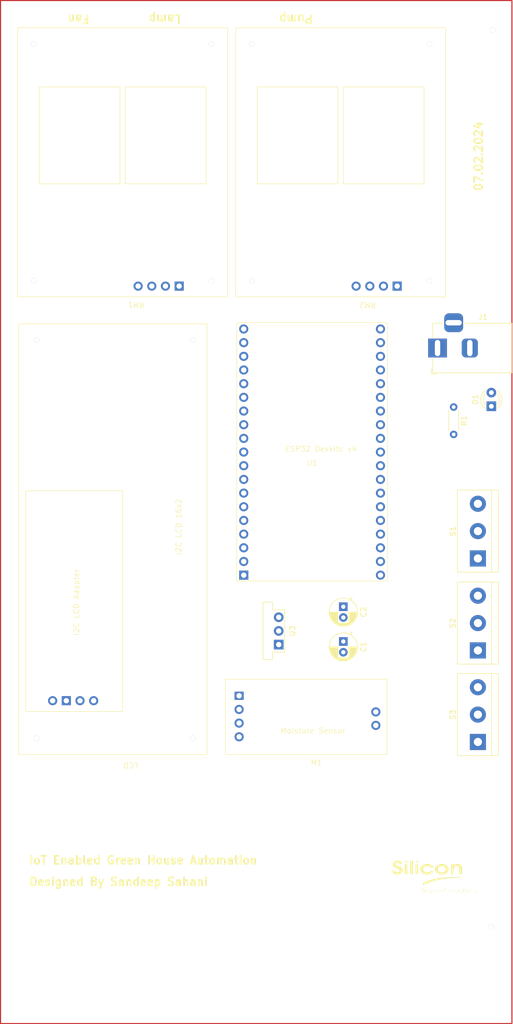
<source format=kicad_pcb>
(kicad_pcb (version 20240108) (generator "pcbnew") (generator_version "8.0")
  (layers (0 "F.Cu" signal) (31 "B.Cu" signal) (34 "B.Paste" user) (35 "F.Paste" user) (36 "B.SilkS" user "B.Silkscreen") (37 "F.SilkS" user "F.Silkscreen") (38 "B.Mask" user) (39 "F.Mask" user) (44 "Edge.Cuts" user))
  (net 0 "")
  (net 1 "Net-(LCD1-GND)")
  (net 2 "Net-(U3-IN)")
  (net 3 "Net-(D1-A)")
  (net 4 "Net-(D1-K)")
  (net 5 "Net-(LCD1-SDA)")
  (net 6 "Net-(LCD1-SCL)")
  (net 7 "Net-(M1-AO)")
  (net 8 "Net-(M1-E1)")
  (net 10 "Net-(M1-E2)")
  (net 11 "Net-(RM1-IN1)")
  (net 12 "Net-(RM1-IN2)")
  (net 14 "Net-(RM2-IN1)")
  (net 15 "Net-(S1-Pin_2)")
  (net 16 "Net-(S2-Pin_2)")
  (footprint "Relay Module:2_Channel_Realy_Module" (layer "F.Cu") (at 111.5 105 90)
    (property "Reference" "RM2" (at 8.5 11.5 180) (layer "F.SilkS") (effects (font (thickness 0.1))))
    (property "Value" "~")
    (pad "1" thru_hole circle (at 12 9.38 90) (size 1.7 1.7) (drill 1) (layers "*.Cu" "*.Mask") (net 1 "Net-(LCD1-GND)"))
    (pad "2" thru_hole circle (at 12 11.92 90) (size 1.7 1.7) (drill 1) (layers "*.Cu" "*.Mask") (net 14 "Net-(RM2-IN1)"))
    (pad "3" thru_hole circle (at 12 14.46 90) (size 1.7 1.7) (drill 1) (layers "*.Cu" "*.Mask"))
    (pad "4" thru_hole rect (at 12 17 90) (size 1.7 1.7) (drill 1) (layers "*.Cu" "*.Mask") (net 3 "Net-(D1-A)"))
    (pad "5" thru_hole circle (at 13 23 90) (size 1 1) (drill 3) (layers "*.Cu" "*.Mask"))
    (pad "6" thru_hole circle (at 13 -10 90) (size 1 1) (drill 3) (layers "*.Cu" "*.Mask"))
    (pad "7" thru_hole circle (at 57 -10 90) (size 1 1) (drill 3) (layers "*.Cu" "*.Mask"))
    (pad "8" thru_hole circle (at 57 23 90) (size 1 1) (drill 3) (layers "*.Cu" "*.Mask"))
  )
  (footprint "TerminalBlock:TerminalBlock_bornier-3_P5.08mm" (layer "F.Cu") (at 143.5 177.66 90)
    (property "Reference" "S3" (at 5.05 -4.65 270) (layer "F.SilkS"))
    (property "Value" "Moisture")
    (pad "1" thru_hole rect (at 0 0 90) (size 3 3) (drill 1.52) (layers "*.Cu" "*.Mask") (net 8 "Net-(M1-E1)"))
    (pad "2" thru_hole circle (at 5.08 0 90) (size 3 3) (drill 1.52) (layers "*.Cu" "*.Mask") (net 10 "Net-(M1-E2)"))
    (pad "3" thru_hole circle (at 10.16 0 90) (size 3 3) (drill 1.52) (layers "*.Cu" "*.Mask") (net 10 "Net-(M1-E2)"))
  )
  (footprint "Relay Module:2_Channel_Realy_Module" (layer "F.Cu") (at 71 105 90)
    (property "Reference" "RM1" (at 8.5 9 180) (layer "F.SilkS") (effects (font (thickness 0.1))))
    (property "Value" "~")
    (pad "1" thru_hole circle (at 12 9.38 90) (size 1.7 1.7) (drill 1) (layers "*.Cu" "*.Mask") (net 1 "Net-(LCD1-GND)"))
    (pad "2" thru_hole circle (at 12 11.92 90) (size 1.7 1.7) (drill 1) (layers "*.Cu" "*.Mask") (net 11 "Net-(RM1-IN1)"))
    (pad "3" thru_hole circle (at 12 14.46 90) (size 1.7 1.7) (drill 1) (layers "*.Cu" "*.Mask") (net 12 "Net-(RM1-IN2)"))
    (pad "4" thru_hole rect (at 12 17 90) (size 1.7 1.7) (drill 1) (layers "*.Cu" "*.Mask") (net 3 "Net-(D1-A)"))
    (pad "5" thru_hole circle (at 13 23 90) (size 1 1) (drill 3) (layers "*.Cu" "*.Mask"))
    (pad "6" thru_hole circle (at 13 -10 90) (size 1 1) (drill 3) (layers "*.Cu" "*.Mask"))
    (pad "7" thru_hole circle (at 57 -10 90) (size 1 1) (drill 3) (layers "*.Cu" "*.Mask"))
    (pad "8" thru_hole circle (at 57 23 90) (size 1 1) (drill 3) (layers "*.Cu" "*.Mask"))
  )
  (footprint "Capacitor_THT:CP_Radial_D5.0mm_P2.00mm" (layer "F.Cu") (at 118.5 159 -90)
    (property "Reference" "C1" (at 1 -3.75 90) (layer "F.SilkS"))
    (property "Value" "10u")
    (pad "1" thru_hole rect (at 0 0 270) (size 1.6 1.6) (drill 0.8) (layers "*.Cu" "*.Mask") (net 2 "Net-(U3-IN)"))
    (pad "2" thru_hole circle (at 2 0 270) (size 1.6 1.6) (drill 0.8) (layers "*.Cu" "*.Mask") (net 1 "Net-(LCD1-GND)"))
  )
  (footprint "TerminalBlock:TerminalBlock_bornier-3_P5.08mm" (layer "F.Cu") (at 143.5 160.66 90)
    (property "Reference" "S2" (at 5.05 -4.65 270) (layer "F.SilkS"))
    (property "Value" "Light")
    (pad "1" thru_hole rect (at 0 0 90) (size 3 3) (drill 1.52) (layers "*.Cu" "*.Mask") (net 3 "Net-(D1-A)"))
    (pad "2" thru_hole circle (at 5.08 0 90) (size 3 3) (drill 1.52) (layers "*.Cu" "*.Mask") (net 16 "Net-(S2-Pin_2)"))
    (pad "3" thru_hole circle (at 10.16 0 90) (size 3 3) (drill 1.52) (layers "*.Cu" "*.Mask") (net 1 "Net-(LCD1-GND)"))
  )
  (footprint "Converter_DCDC:Converter_DCDC_Murata_OKI-78SR_Vertical" (layer "F.Cu") (at 106.5 159.58 90)
    (property "Reference" "U3" (at 2.54 2.54 270) (layer "F.SilkS"))
    (property "Value" "L7805")
    (pad "1" thru_hole rect (at 0 0 90) (size 1.8 1.8) (drill 1) (layers "*.Cu" "*.Mask") (net 2 "Net-(U3-IN)"))
    (pad "2" thru_hole circle (at 2.54 0 90) (size 1.8 1.8) (drill 1) (layers "*.Cu" "*.Mask") (net 1 "Net-(LCD1-GND)"))
    (pad "3" thru_hole circle (at 5.08 0 90) (size 1.8 1.8) (drill 1) (layers "*.Cu" "*.Mask") (net 3 "Net-(D1-A)"))
  )
  (footprint "LED_THT:LED_D3.0mm" (layer "F.Cu") (at 146 115.3175 90)
    (property "Reference" "D1" (at 1.27 -2.96 270) (layer "F.SilkS"))
    (property "Value" "LED")
    (pad "1" thru_hole rect (at 0 0 90) (size 1.8 1.8) (drill 0.9) (layers "*.Cu" "*.Mask") (net 4 "Net-(D1-K)"))
    (pad "2" thru_hole circle (at 2.54 0 90) (size 1.8 1.8) (drill 0.9) (layers "*.Cu" "*.Mask") (net 3 "Net-(D1-A)"))
  )
  (footprint "Relay Module:12C_LCD_16X2" (layer "F.Cu") (at 78.5 180 90)
    (property "Reference" "LCD" (at -2 0.5 180) (layer "F.SilkS") (effects (font (thickness 0.1))))
    (property "Value" "~")
    (fp_text user "I2C LCD Adapter " (at 22 -9 90) (layer "F.SilkS") (effects (font (thickness 0.1)) (justify left bottom)))
    (fp_text user "I2C LCD 16x2" (at 37 10 90) (layer "F.SilkS") (effects (font (thickness 0.1)) (justify left bottom)))
    (pad "1" thru_hole circle (at 10 -14 90) (size 1.7 1.7) (drill 1) (layers "*.Cu" "*.Mask") (net 1 "Net-(LCD1-GND)"))
    (pad "2" thru_hole rect (at 10 -11.46 90) (size 1.7 1.7) (drill 1) (layers "*.Cu" "*.Mask") (net 3 "Net-(D1-A)"))
    (pad "3" thru_hole circle (at 10 -8.92 90) (size 1.7 1.7) (drill 1) (layers "*.Cu" "*.Mask") (net 5 "Net-(LCD1-SDA)"))
    (pad "4" thru_hole circle (at 10 -6.38 90) (size 1.7 1.7) (drill 1) (layers "*.Cu" "*.Mask") (net 6 "Net-(LCD1-SCL)"))
    (pad "5" thru_hole circle (at 3 -17 90) (size 1 1) (drill 3) (layers "*.Cu" "*.Mask"))
    (pad "6" thru_hole circle (at 77 -17 90) (size 1 1) (drill 3) (layers "*.Cu" "*.Mask"))
    (pad "7" thru_hole circle (at 77 12 90) (size 1 1) (drill 3) (layers "*.Cu" "*.Mask"))
    (pad "8" thru_hole circle (at 3 12 90) (size 1 1) (drill 3) (layers "*.Cu" "*.Mask"))
  )
  (footprint "Relay Module:ESP32 Devkitc v4" (layer "F.Cu") (at 112.7 126.36)
    (property "Reference" "U1" (at 0 -0.5 0) (layer "F.SilkS") (effects (font (thickness 0.1))))
    (property "Value" "~")
    (fp_text user "ESP32 Devkitc v4" (at -5.08 -2.54 0) (layer "F.SilkS") (effects (font (thickness 0.1)) (justify left bottom)))
    (pad "1" thru_hole circle (at -12.7 -25.4) (size 1.7 1.7) (drill 1) (layers "*.Cu" "*.Mask"))
    (pad "2" thru_hole circle (at -12.7 -22.86) (size 1.7 1.7) (drill 1) (layers "*.Cu" "*.Mask"))
    (pad "3" thru_hole circle (at -12.7 -20.32) (size 1.7 1.7) (drill 1) (layers "*.Cu" "*.Mask") (net 7 "Net-(M1-AO)"))
    (pad "4" thru_hole circle (at -12.7 -17.78) (size 1.7 1.7) (drill 1) (layers "*.Cu" "*.Mask") (net 16 "Net-(S2-Pin_2)"))
    (pad "5" thru_hole circle (at -12.7 -15.24) (size 1.7 1.7) (drill 1) (layers "*.Cu" "*.Mask"))
    (pad "6" thru_hole circle (at -12.7 -12.7) (size 1.7 1.7) (drill 1) (layers "*.Cu" "*.Mask"))
    (pad "7" thru_hole circle (at -12.7 -10.16) (size 1.7 1.7) (drill 1) (layers "*.Cu" "*.Mask"))
    (pad "8" thru_hole circle (at -12.7 -7.62) (size 1.7 1.7) (drill 1) (layers "*.Cu" "*.Mask"))
    (pad "9" thru_hole circle (at -12.7 -5.08) (size 1.7 1.7) (drill 1) (layers "*.Cu" "*.Mask") (net 11 "Net-(RM1-IN1)"))
    (pad "10" thru_hole circle (at -12.7 -2.54) (size 1.7 1.7) (drill 1) (layers "*.Cu" "*.Mask") (net 12 "Net-(RM1-IN2)"))
    (pad "11" thru_hole circle (at -12.7 0) (size 1.7 1.7) (drill 1) (layers "*.Cu" "*.Mask") (net 14 "Net-(RM2-IN1)"))
    (pad "12" thru_hole circle (at -12.7 2.54) (size 1.7 1.7) (drill 1) (layers "*.Cu" "*.Mask") (net 15 "Net-(S1-Pin_2)"))
    (pad "13" thru_hole circle (at -12.7 5.08) (size 1.7 1.7) (drill 1) (layers "*.Cu" "*.Mask"))
    (pad "14" thru_hole circle (at -12.7 7.62) (size 1.7 1.7) (drill 1) (layers "*.Cu" "*.Mask"))
    (pad "15" thru_hole circle (at -12.7 10.16) (size 1.7 1.7) (drill 1) (layers "*.Cu" "*.Mask"))
    (pad "16" thru_hole circle (at -12.7 12.7) (size 1.7 1.7) (drill 1) (layers "*.Cu" "*.Mask"))
    (pad "17" thru_hole circle (at -12.7 15.24) (size 1.7 1.7) (drill 1) (layers "*.Cu" "*.Mask"))
    (pad "18" thru_hole circle (at -12.7 17.78) (size 1.7 1.7) (drill 1) (layers "*.Cu" "*.Mask"))
    (pad "19" thru_hole rect (at -12.7 20.32) (size 1.7 1.7) (drill 1) (layers "*.Cu" "*.Mask") (net 3 "Net-(D1-A)"))
    (pad "20" thru_hole circle (at 12.7 20.32) (size 1.7 1.7) (drill 1) (layers "*.Cu" "*.Mask"))
    (pad "21" thru_hole circle (at 12.7 17.78) (size 1.7 1.7) (drill 1) (layers "*.Cu" "*.Mask"))
    (pad "22" thru_hole circle (at 12.7 15.24) (size 1.7 1.7) (drill 1) (layers "*.Cu" "*.Mask"))
    (pad "23" thru_hole circle (at 12.7 12.7) (size 1.7 1.7) (drill 1) (layers "*.Cu" "*.Mask"))
    (pad "24" thru_hole circle (at 12.7 10.16) (size 1.7 1.7) (drill 1) (layers "*.Cu" "*.Mask"))
    (pad "25" thru_hole circle (at 12.7 7.62) (size 1.7 1.7) (drill 1) (layers "*.Cu" "*.Mask"))
    (pad "26" thru_hole circle (at 12.7 5.08) (size 1.7 1.7) (drill 1) (layers "*.Cu" "*.Mask"))
    (pad "27" thru_hole circle (at 12.7 2.54) (size 1.7 1.7) (drill 1) (layers "*.Cu" "*.Mask"))
    (pad "28" thru_hole circle (at 12.7 0) (size 1.7 1.7) (drill 1) (layers "*.Cu" "*.Mask"))
    (pad "29" thru_hole circle (at 12.7 -2.54) (size 1.7 1.7) (drill 1) (layers "*.Cu" "*.Mask"))
    (pad "30" thru_hole circle (at 12.7 -5.08) (size 1.7 1.7) (drill 1) (layers "*.Cu" "*.Mask"))
    (pad "31" thru_hole circle (at 12.7 -7.62) (size 1.7 1.7) (drill 1) (layers "*.Cu" "*.Mask"))
    (pad "32" thru_hole circle (at 12.7 -10.16) (size 1.7 1.7) (drill 1) (layers "*.Cu" "*.Mask") (net 1 "Net-(LCD1-GND)"))
    (pad "33" thru_hole circle (at 12.7 -12.7) (size 1.7 1.7) (drill 1) (layers "*.Cu" "*.Mask") (net 5 "Net-(LCD1-SDA)"))
    (pad "34" thru_hole circle (at 12.7 -15.24) (size 1.7 1.7) (drill 1) (layers "*.Cu" "*.Mask"))
    (pad "35" thru_hole circle (at 12.7 -17.78) (size 1.7 1.7) (drill 1) (layers "*.Cu" "*.Mask"))
    (pad "36" thru_hole circle (at 12.7 -20.32) (size 1.7 1.7) (drill 1) (layers "*.Cu" "*.Mask") (net 6 "Net-(LCD1-SCL)"))
    (pad "37" thru_hole circle (at 12.7 -22.86) (size 1.7 1.7) (drill 1) (layers "*.Cu" "*.Mask"))
    (pad "38" thru_hole circle (at 12.7 -25.4) (size 1.7 1.7) (drill 1) (layers "*.Cu" "*.Mask"))
  )
  (footprint "Resistor_THT:R_Axial_DIN0204_L3.6mm_D1.6mm_P5.08mm_Horizontal" (layer "F.Cu") (at 139 115.46 -90)
    (property "Reference" "R1" (at 2.54 -1.92 90) (layer "F.SilkS"))
    (property "Value" "220R")
    (pad "1" thru_hole circle (at 0 0 270) (size 1.4 1.4) (drill 0.7) (layers "*.Cu" "*.Mask") (net 4 "Net-(D1-K)"))
    (pad "2" thru_hole oval (at 5.08 0 270) (size 1.4 1.4) (drill 0.7) (layers "*.Cu" "*.Mask") (net 1 "Net-(LCD1-GND)"))
  )
  (footprint "Connector_BarrelJack:BarrelJack_Horizontal" (layer "F.Cu") (at 136 104.5 180)
    (property "Reference" "J1" (at -8.45 5.75 180) (layer "F.SilkS"))
    (property "Value" "12V")
    (pad "1" thru_hole rect (at 0 0 180) (size 3.5 3.5) (drill oval 1 3) (layers "*.Cu" "*.Mask") (net 1 "Net-(LCD1-GND)"))
    (pad "2" thru_hole roundrect (at -6 0 180) (size 3 3.5) (drill oval 1 3) (layers "*.Cu" "*.Mask") (net 1 "Net-(LCD1-GND)"))
    (pad "3" thru_hole roundrect (at -3 4.7 180) (size 3.5 3.5) (drill oval 3 1) (layers "*.Cu" "*.Mask") (net 2 "Net-(U3-IN)"))
  )
  (footprint "TerminalBlock:TerminalBlock_bornier-3_P5.08mm" (layer "F.Cu") (at 143.5 143.58 90)
    (property "Reference" "S1" (at 5.05 -4.65 270) (layer "F.SilkS"))
    (property "Value" "DHT")
    (pad "1" thru_hole rect (at 0 0 90) (size 3 3) (drill 1.52) (layers "*.Cu" "*.Mask") (net 3 "Net-(D1-A)"))
    (pad "2" thru_hole circle (at 5.08 0 90) (size 3 3) (drill 1.52) (layers "*.Cu" "*.Mask") (net 15 "Net-(S1-Pin_2)"))
    (pad "3" thru_hole circle (at 10.16 0 90) (size 3 3) (drill 1.52) (layers "*.Cu" "*.Mask") (net 1 "Net-(LCD1-GND)"))
  )
  (footprint "MountingHole:MountingHole_2.5mm_Pad" (layer "F.Cu") (at 146.2 45.4)
    (property "Reference" "REF**" (hide yes))
    (property "Value" "MountingHole_2.5mm_Pad" (hide yes))
    (pad "1" thru_hole oval (at 0 0) (size 1 1) (drill oval 3 7) (layers "*.Cu" "*.Mask"))
  )
  (footprint "Relay Module:Moisture Sensor" (layer "F.Cu") (at 96.6 171.08)
    (property "Reference" "M1" (at 16.9 10.42 0) (layer "F.SilkS") (effects (font (thickness 0.1))))
    (property "Value" "~")
    (fp_text user "Moisture Sensor" (at 10.16 5.08 0) (layer "F.SilkS") (effects (font (thickness 0.1)) (justify left bottom)))
    (pad "1" thru_hole rect (at 2.54 -2) (size 1.7 1.524) (drill 1) (layers "*.Cu" "*.Mask") (net 3 "Net-(D1-A)"))
    (pad "2" thru_hole circle (at 2.54 0.54) (size 1.7 1.7) (drill 1) (layers "*.Cu" "*.Mask") (net 1 "Net-(LCD1-GND)"))
    (pad "3" thru_hole circle (at 2.54 3.08) (size 1.7 1.7) (drill 1) (layers "*.Cu" "*.Mask"))
    (pad "4" thru_hole circle (at 2.54 5.62) (size 1.7 1.7) (drill 1) (layers "*.Cu" "*.Mask") (net 7 "Net-(M1-AO)"))
    (pad "5" thru_hole circle (at 27.94 1) (size 1.7 1.7) (drill 1) (layers "*.Cu" "*.Mask") (net 8 "Net-(M1-E1)"))
    (pad "6" thru_hole circle (at 27.94 3.5) (size 1.7 1.7) (drill 1) (layers "*.Cu" "*.Mask") (net 10 "Net-(M1-E2)"))
  )
  (footprint "MountingHole:MountingHole_2.5mm_Pad" (layer "F.Cu") (at 146 212)
    (property "Reference" "REF**" (hide yes))
    (property "Value" "MountingHole_2.5mm_Pad" (hide yes))
    (pad "1" thru_hole circle (at 0 0) (size 1 1) (drill 4) (layers "*.Cu" "*.Mask"))
  )
  (footprint "Silicon Logo:Silicon Logo" (layer "F.Cu") (at 136 203)
    (property "Reference" "G***" (hide yes))
    (property "Value" "LOGO" (hide yes))
  )
  (footprint "Capacitor_THT:CP_Radial_D5.0mm_P2.00mm" (layer "F.Cu") (at 118.5 152.544888 -90)
    (property "Reference" "C2" (at 1 -3.75 90) (layer "F.SilkS"))
    (property "Value" "10u")
    (pad "1" thru_hole rect (at 0 0 270) (size 1.6 1.6) (drill 0.8) (layers "*.Cu" "*.Mask") (net 3 "Net-(D1-A)"))
    (pad "2" thru_hole circle (at 2 0 270) (size 1.6 1.6) (drill 0.8) (layers "*.Cu" "*.Mask") (net 1 "Net-(LCD1-GND)"))
  )
  (gr_rect (start 54.82 39.96) (end 149.82 229.96) (stroke (width 0.2)) (fill none) (layer "F.Cu") (net 8))
  (gr_text "Lamp" (at 88.5 42.5 180) (layer "F.SilkS") (effects (font (size 1.5 1.5) (thickness 0.3) (bold yes)) (justify left bottom)))
  (gr_text "07.02.2024" (at 144.5 75.5 90) (layer "F.SilkS") (effects (font (size 1.5 1.5) (thickness 0.3) (bold yes)) (justify left bottom)))
  (gr_text "Fan" (at 71.5 42.5 180) (layer "F.SilkS") (effects (font (size 1.5 1.5) (thickness 0.3) (bold yes)) (justify left bottom)))
  (gr_text "Designed By Sandeep Sahani" (at 60 204.5 0) (layer "F.SilkS") (effects (font (size 1.5 1.5) (thickness 0.3) (bold yes)) (justify left bottom)))
  (gr_text "Pump" (at 113 42.5 180) (layer "F.SilkS") (effects (font (size 1.5 1.5) (thickness 0.3) (bold yes)) (justify left bottom)))
  (gr_text "IoT Enabled Green House Automation" (at 60 200.5 0) (layer "F.SilkS") (effects (font (size 1.5 1.5) (thickness 0.3) (bold yes)) (justify left bottom)))
)
</source>
